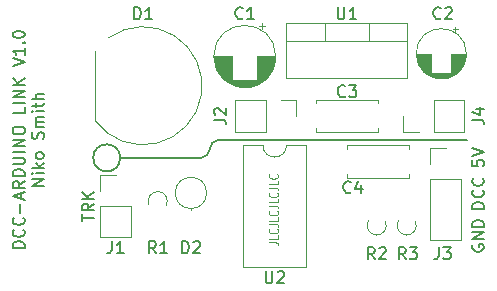
<source format=gbr>
%TF.GenerationSoftware,KiCad,Pcbnew,(6.0.0)*%
%TF.CreationDate,2022-03-04T17:55:49+13:00*%
%TF.ProjectId,DCC_PCB,4443435f-5043-4422-9e6b-696361645f70,rev?*%
%TF.SameCoordinates,Original*%
%TF.FileFunction,Legend,Top*%
%TF.FilePolarity,Positive*%
%FSLAX46Y46*%
G04 Gerber Fmt 4.6, Leading zero omitted, Abs format (unit mm)*
G04 Created by KiCad (PCBNEW (6.0.0)) date 2022-03-04 17:55:49*
%MOMM*%
%LPD*%
G01*
G04 APERTURE LIST*
%ADD10C,0.100000*%
%ADD11C,0.150000*%
%ADD12C,0.120000*%
G04 APERTURE END LIST*
D10*
X156961904Y-110271428D02*
X157533333Y-110271428D01*
X157647619Y-110300000D01*
X157723809Y-110357142D01*
X157761904Y-110442857D01*
X157761904Y-110500000D01*
X157761904Y-109700000D02*
X157761904Y-109985714D01*
X156961904Y-109985714D01*
X157685714Y-109157142D02*
X157723809Y-109185714D01*
X157761904Y-109271428D01*
X157761904Y-109328571D01*
X157723809Y-109414285D01*
X157647619Y-109471428D01*
X157571428Y-109500000D01*
X157419047Y-109528571D01*
X157304761Y-109528571D01*
X157152380Y-109500000D01*
X157076190Y-109471428D01*
X157000000Y-109414285D01*
X156961904Y-109328571D01*
X156961904Y-109271428D01*
X157000000Y-109185714D01*
X157038095Y-109157142D01*
X156961904Y-108728571D02*
X157533333Y-108728571D01*
X157647619Y-108757142D01*
X157723809Y-108814285D01*
X157761904Y-108900000D01*
X157761904Y-108957142D01*
X157761904Y-108157142D02*
X157761904Y-108442857D01*
X156961904Y-108442857D01*
X157685714Y-107614285D02*
X157723809Y-107642857D01*
X157761904Y-107728571D01*
X157761904Y-107785714D01*
X157723809Y-107871428D01*
X157647619Y-107928571D01*
X157571428Y-107957142D01*
X157419047Y-107985714D01*
X157304761Y-107985714D01*
X157152380Y-107957142D01*
X157076190Y-107928571D01*
X157000000Y-107871428D01*
X156961904Y-107785714D01*
X156961904Y-107728571D01*
X157000000Y-107642857D01*
X157038095Y-107614285D01*
X156961904Y-107185714D02*
X157533333Y-107185714D01*
X157647619Y-107214285D01*
X157723809Y-107271428D01*
X157761904Y-107357142D01*
X157761904Y-107414285D01*
X157761904Y-106614285D02*
X157761904Y-106900000D01*
X156961904Y-106900000D01*
X157685714Y-106071428D02*
X157723809Y-106100000D01*
X157761904Y-106185714D01*
X157761904Y-106242857D01*
X157723809Y-106328571D01*
X157647619Y-106385714D01*
X157571428Y-106414285D01*
X157419047Y-106442857D01*
X157304761Y-106442857D01*
X157152380Y-106414285D01*
X157076190Y-106385714D01*
X157000000Y-106328571D01*
X156961904Y-106242857D01*
X156961904Y-106185714D01*
X157000000Y-106100000D01*
X157038095Y-106071428D01*
X156961904Y-105642857D02*
X157533333Y-105642857D01*
X157647619Y-105671428D01*
X157723809Y-105728571D01*
X157761904Y-105814285D01*
X157761904Y-105871428D01*
X157761904Y-105071428D02*
X157761904Y-105357142D01*
X156961904Y-105357142D01*
X157685714Y-104528571D02*
X157723809Y-104557142D01*
X157761904Y-104642857D01*
X157761904Y-104700000D01*
X157723809Y-104785714D01*
X157647619Y-104842857D01*
X157571428Y-104871428D01*
X157419047Y-104900000D01*
X157304761Y-104900000D01*
X157152380Y-104871428D01*
X157076190Y-104842857D01*
X157000000Y-104785714D01*
X156961904Y-104700000D01*
X156961904Y-104642857D01*
X157000000Y-104557142D01*
X157038095Y-104528571D01*
D11*
X144399000Y-103124000D02*
X151226185Y-103124000D01*
X144399000Y-103124000D02*
G75*
G03*
X144399000Y-103124000I-1143000J0D01*
G01*
X152750185Y-101600000D02*
X173736000Y-101600000D01*
X152750185Y-101600000D02*
G75*
G03*
X151988185Y-102362000I1J-762001D01*
G01*
X151226185Y-103124000D02*
G75*
G03*
X151988185Y-102362000I-1J762001D01*
G01*
X141184380Y-108473714D02*
X141184380Y-107902285D01*
X142184380Y-108188000D02*
X141184380Y-108188000D01*
X142184380Y-106997523D02*
X141708190Y-107330857D01*
X142184380Y-107568952D02*
X141184380Y-107568952D01*
X141184380Y-107188000D01*
X141232000Y-107092761D01*
X141279619Y-107045142D01*
X141374857Y-106997523D01*
X141517714Y-106997523D01*
X141612952Y-107045142D01*
X141660571Y-107092761D01*
X141708190Y-107188000D01*
X141708190Y-107568952D01*
X142184380Y-106568952D02*
X141184380Y-106568952D01*
X142184380Y-105997523D02*
X141612952Y-106426095D01*
X141184380Y-105997523D02*
X141755809Y-106568952D01*
X136299380Y-110766666D02*
X135299380Y-110766666D01*
X135299380Y-110528571D01*
X135347000Y-110385714D01*
X135442238Y-110290476D01*
X135537476Y-110242857D01*
X135727952Y-110195238D01*
X135870809Y-110195238D01*
X136061285Y-110242857D01*
X136156523Y-110290476D01*
X136251761Y-110385714D01*
X136299380Y-110528571D01*
X136299380Y-110766666D01*
X136204142Y-109195238D02*
X136251761Y-109242857D01*
X136299380Y-109385714D01*
X136299380Y-109480952D01*
X136251761Y-109623809D01*
X136156523Y-109719047D01*
X136061285Y-109766666D01*
X135870809Y-109814285D01*
X135727952Y-109814285D01*
X135537476Y-109766666D01*
X135442238Y-109719047D01*
X135347000Y-109623809D01*
X135299380Y-109480952D01*
X135299380Y-109385714D01*
X135347000Y-109242857D01*
X135394619Y-109195238D01*
X136204142Y-108195238D02*
X136251761Y-108242857D01*
X136299380Y-108385714D01*
X136299380Y-108480952D01*
X136251761Y-108623809D01*
X136156523Y-108719047D01*
X136061285Y-108766666D01*
X135870809Y-108814285D01*
X135727952Y-108814285D01*
X135537476Y-108766666D01*
X135442238Y-108719047D01*
X135347000Y-108623809D01*
X135299380Y-108480952D01*
X135299380Y-108385714D01*
X135347000Y-108242857D01*
X135394619Y-108195238D01*
X135918428Y-107766666D02*
X135918428Y-107004761D01*
X136013666Y-106576190D02*
X136013666Y-106100000D01*
X136299380Y-106671428D02*
X135299380Y-106338095D01*
X136299380Y-106004761D01*
X136299380Y-105100000D02*
X135823190Y-105433333D01*
X136299380Y-105671428D02*
X135299380Y-105671428D01*
X135299380Y-105290476D01*
X135347000Y-105195238D01*
X135394619Y-105147619D01*
X135489857Y-105100000D01*
X135632714Y-105100000D01*
X135727952Y-105147619D01*
X135775571Y-105195238D01*
X135823190Y-105290476D01*
X135823190Y-105671428D01*
X136299380Y-104671428D02*
X135299380Y-104671428D01*
X135299380Y-104433333D01*
X135347000Y-104290476D01*
X135442238Y-104195238D01*
X135537476Y-104147619D01*
X135727952Y-104100000D01*
X135870809Y-104100000D01*
X136061285Y-104147619D01*
X136156523Y-104195238D01*
X136251761Y-104290476D01*
X136299380Y-104433333D01*
X136299380Y-104671428D01*
X135299380Y-103671428D02*
X136108904Y-103671428D01*
X136204142Y-103623809D01*
X136251761Y-103576190D01*
X136299380Y-103480952D01*
X136299380Y-103290476D01*
X136251761Y-103195238D01*
X136204142Y-103147619D01*
X136108904Y-103100000D01*
X135299380Y-103100000D01*
X136299380Y-102623809D02*
X135299380Y-102623809D01*
X136299380Y-102147619D02*
X135299380Y-102147619D01*
X136299380Y-101576190D01*
X135299380Y-101576190D01*
X135299380Y-100909523D02*
X135299380Y-100719047D01*
X135347000Y-100623809D01*
X135442238Y-100528571D01*
X135632714Y-100480952D01*
X135966047Y-100480952D01*
X136156523Y-100528571D01*
X136251761Y-100623809D01*
X136299380Y-100719047D01*
X136299380Y-100909523D01*
X136251761Y-101004761D01*
X136156523Y-101100000D01*
X135966047Y-101147619D01*
X135632714Y-101147619D01*
X135442238Y-101100000D01*
X135347000Y-101004761D01*
X135299380Y-100909523D01*
X136299380Y-98814285D02*
X136299380Y-99290476D01*
X135299380Y-99290476D01*
X136299380Y-98480952D02*
X135299380Y-98480952D01*
X136299380Y-98004761D02*
X135299380Y-98004761D01*
X136299380Y-97433333D01*
X135299380Y-97433333D01*
X136299380Y-96957142D02*
X135299380Y-96957142D01*
X136299380Y-96385714D02*
X135727952Y-96814285D01*
X135299380Y-96385714D02*
X135870809Y-96957142D01*
X135299380Y-95338095D02*
X136299380Y-95004761D01*
X135299380Y-94671428D01*
X136299380Y-93814285D02*
X136299380Y-94385714D01*
X136299380Y-94100000D02*
X135299380Y-94100000D01*
X135442238Y-94195238D01*
X135537476Y-94290476D01*
X135585095Y-94385714D01*
X136204142Y-93385714D02*
X136251761Y-93338095D01*
X136299380Y-93385714D01*
X136251761Y-93433333D01*
X136204142Y-93385714D01*
X136299380Y-93385714D01*
X135299380Y-92719047D02*
X135299380Y-92623809D01*
X135347000Y-92528571D01*
X135394619Y-92480952D01*
X135489857Y-92433333D01*
X135680333Y-92385714D01*
X135918428Y-92385714D01*
X136108904Y-92433333D01*
X136204142Y-92480952D01*
X136251761Y-92528571D01*
X136299380Y-92623809D01*
X136299380Y-92719047D01*
X136251761Y-92814285D01*
X136204142Y-92861904D01*
X136108904Y-92909523D01*
X135918428Y-92957142D01*
X135680333Y-92957142D01*
X135489857Y-92909523D01*
X135394619Y-92861904D01*
X135347000Y-92814285D01*
X135299380Y-92719047D01*
X137909380Y-105480952D02*
X136909380Y-105480952D01*
X137909380Y-104909523D01*
X136909380Y-104909523D01*
X137909380Y-104433333D02*
X137242714Y-104433333D01*
X136909380Y-104433333D02*
X136957000Y-104480952D01*
X137004619Y-104433333D01*
X136957000Y-104385714D01*
X136909380Y-104433333D01*
X137004619Y-104433333D01*
X137909380Y-103957142D02*
X136909380Y-103957142D01*
X137528428Y-103861904D02*
X137909380Y-103576190D01*
X137242714Y-103576190D02*
X137623666Y-103957142D01*
X137909380Y-103004761D02*
X137861761Y-103100000D01*
X137814142Y-103147619D01*
X137718904Y-103195238D01*
X137433190Y-103195238D01*
X137337952Y-103147619D01*
X137290333Y-103100000D01*
X137242714Y-103004761D01*
X137242714Y-102861904D01*
X137290333Y-102766666D01*
X137337952Y-102719047D01*
X137433190Y-102671428D01*
X137718904Y-102671428D01*
X137814142Y-102719047D01*
X137861761Y-102766666D01*
X137909380Y-102861904D01*
X137909380Y-103004761D01*
X137861761Y-101528571D02*
X137909380Y-101385714D01*
X137909380Y-101147619D01*
X137861761Y-101052380D01*
X137814142Y-101004761D01*
X137718904Y-100957142D01*
X137623666Y-100957142D01*
X137528428Y-101004761D01*
X137480809Y-101052380D01*
X137433190Y-101147619D01*
X137385571Y-101338095D01*
X137337952Y-101433333D01*
X137290333Y-101480952D01*
X137195095Y-101528571D01*
X137099857Y-101528571D01*
X137004619Y-101480952D01*
X136957000Y-101433333D01*
X136909380Y-101338095D01*
X136909380Y-101100000D01*
X136957000Y-100957142D01*
X137909380Y-100528571D02*
X137242714Y-100528571D01*
X137337952Y-100528571D02*
X137290333Y-100480952D01*
X137242714Y-100385714D01*
X137242714Y-100242857D01*
X137290333Y-100147619D01*
X137385571Y-100100000D01*
X137909380Y-100100000D01*
X137385571Y-100100000D02*
X137290333Y-100052380D01*
X137242714Y-99957142D01*
X137242714Y-99814285D01*
X137290333Y-99719047D01*
X137385571Y-99671428D01*
X137909380Y-99671428D01*
X137909380Y-99195238D02*
X137242714Y-99195238D01*
X136909380Y-99195238D02*
X136957000Y-99242857D01*
X137004619Y-99195238D01*
X136957000Y-99147619D01*
X136909380Y-99195238D01*
X137004619Y-99195238D01*
X137242714Y-98861904D02*
X137242714Y-98480952D01*
X136909380Y-98719047D02*
X137766523Y-98719047D01*
X137861761Y-98671428D01*
X137909380Y-98576190D01*
X137909380Y-98480952D01*
X137909380Y-98147619D02*
X136909380Y-98147619D01*
X137909380Y-97719047D02*
X137385571Y-97719047D01*
X137290333Y-97766666D01*
X137242714Y-97861904D01*
X137242714Y-98004761D01*
X137290333Y-98100000D01*
X137337952Y-98147619D01*
X174204380Y-103314476D02*
X174204380Y-103790666D01*
X174680571Y-103838285D01*
X174632952Y-103790666D01*
X174585333Y-103695428D01*
X174585333Y-103457333D01*
X174632952Y-103362095D01*
X174680571Y-103314476D01*
X174775809Y-103266857D01*
X175013904Y-103266857D01*
X175109142Y-103314476D01*
X175156761Y-103362095D01*
X175204380Y-103457333D01*
X175204380Y-103695428D01*
X175156761Y-103790666D01*
X175109142Y-103838285D01*
X174204380Y-102981142D02*
X175204380Y-102647809D01*
X174204380Y-102314476D01*
X174252000Y-110489904D02*
X174204380Y-110585142D01*
X174204380Y-110728000D01*
X174252000Y-110870857D01*
X174347238Y-110966095D01*
X174442476Y-111013714D01*
X174632952Y-111061333D01*
X174775809Y-111061333D01*
X174966285Y-111013714D01*
X175061523Y-110966095D01*
X175156761Y-110870857D01*
X175204380Y-110728000D01*
X175204380Y-110632761D01*
X175156761Y-110489904D01*
X175109142Y-110442285D01*
X174775809Y-110442285D01*
X174775809Y-110632761D01*
X175204380Y-110013714D02*
X174204380Y-110013714D01*
X175204380Y-109442285D01*
X174204380Y-109442285D01*
X175204380Y-108966095D02*
X174204380Y-108966095D01*
X174204380Y-108728000D01*
X174252000Y-108585142D01*
X174347238Y-108489904D01*
X174442476Y-108442285D01*
X174632952Y-108394666D01*
X174775809Y-108394666D01*
X174966285Y-108442285D01*
X175061523Y-108489904D01*
X175156761Y-108585142D01*
X175204380Y-108728000D01*
X175204380Y-108966095D01*
X175204380Y-107433904D02*
X174204380Y-107433904D01*
X174204380Y-107195809D01*
X174252000Y-107052952D01*
X174347238Y-106957714D01*
X174442476Y-106910095D01*
X174632952Y-106862476D01*
X174775809Y-106862476D01*
X174966285Y-106910095D01*
X175061523Y-106957714D01*
X175156761Y-107052952D01*
X175204380Y-107195809D01*
X175204380Y-107433904D01*
X175109142Y-105862476D02*
X175156761Y-105910095D01*
X175204380Y-106052952D01*
X175204380Y-106148190D01*
X175156761Y-106291047D01*
X175061523Y-106386285D01*
X174966285Y-106433904D01*
X174775809Y-106481523D01*
X174632952Y-106481523D01*
X174442476Y-106433904D01*
X174347238Y-106386285D01*
X174252000Y-106291047D01*
X174204380Y-106148190D01*
X174204380Y-106052952D01*
X174252000Y-105910095D01*
X174299619Y-105862476D01*
X175109142Y-104862476D02*
X175156761Y-104910095D01*
X175204380Y-105052952D01*
X175204380Y-105148190D01*
X175156761Y-105291047D01*
X175061523Y-105386285D01*
X174966285Y-105433904D01*
X174775809Y-105481523D01*
X174632952Y-105481523D01*
X174442476Y-105433904D01*
X174347238Y-105386285D01*
X174252000Y-105291047D01*
X174204380Y-105148190D01*
X174204380Y-105052952D01*
X174252000Y-104910095D01*
X174299619Y-104862476D01*
%TO.C,R2*%
X165949333Y-111704380D02*
X165616000Y-111228190D01*
X165377904Y-111704380D02*
X165377904Y-110704380D01*
X165758857Y-110704380D01*
X165854095Y-110752000D01*
X165901714Y-110799619D01*
X165949333Y-110894857D01*
X165949333Y-111037714D01*
X165901714Y-111132952D01*
X165854095Y-111180571D01*
X165758857Y-111228190D01*
X165377904Y-111228190D01*
X166330285Y-110799619D02*
X166377904Y-110752000D01*
X166473142Y-110704380D01*
X166711238Y-110704380D01*
X166806476Y-110752000D01*
X166854095Y-110799619D01*
X166901714Y-110894857D01*
X166901714Y-110990095D01*
X166854095Y-111132952D01*
X166282666Y-111704380D01*
X166901714Y-111704380D01*
%TO.C,C2*%
X171537333Y-91289142D02*
X171489714Y-91336761D01*
X171346857Y-91384380D01*
X171251619Y-91384380D01*
X171108761Y-91336761D01*
X171013523Y-91241523D01*
X170965904Y-91146285D01*
X170918285Y-90955809D01*
X170918285Y-90812952D01*
X170965904Y-90622476D01*
X171013523Y-90527238D01*
X171108761Y-90432000D01*
X171251619Y-90384380D01*
X171346857Y-90384380D01*
X171489714Y-90432000D01*
X171537333Y-90479619D01*
X171918285Y-90479619D02*
X171965904Y-90432000D01*
X172061142Y-90384380D01*
X172299238Y-90384380D01*
X172394476Y-90432000D01*
X172442095Y-90479619D01*
X172489714Y-90574857D01*
X172489714Y-90670095D01*
X172442095Y-90812952D01*
X171870666Y-91384380D01*
X172489714Y-91384380D01*
%TO.C,C3*%
X163449333Y-97893142D02*
X163401714Y-97940761D01*
X163258857Y-97988380D01*
X163163619Y-97988380D01*
X163020761Y-97940761D01*
X162925523Y-97845523D01*
X162877904Y-97750285D01*
X162830285Y-97559809D01*
X162830285Y-97416952D01*
X162877904Y-97226476D01*
X162925523Y-97131238D01*
X163020761Y-97036000D01*
X163163619Y-96988380D01*
X163258857Y-96988380D01*
X163401714Y-97036000D01*
X163449333Y-97083619D01*
X163782666Y-96988380D02*
X164401714Y-96988380D01*
X164068380Y-97369333D01*
X164211238Y-97369333D01*
X164306476Y-97416952D01*
X164354095Y-97464571D01*
X164401714Y-97559809D01*
X164401714Y-97797904D01*
X164354095Y-97893142D01*
X164306476Y-97940761D01*
X164211238Y-97988380D01*
X163925523Y-97988380D01*
X163830285Y-97940761D01*
X163782666Y-97893142D01*
%TO.C,U2*%
X156718095Y-112736380D02*
X156718095Y-113545904D01*
X156765714Y-113641142D01*
X156813333Y-113688761D01*
X156908571Y-113736380D01*
X157099047Y-113736380D01*
X157194285Y-113688761D01*
X157241904Y-113641142D01*
X157289523Y-113545904D01*
X157289523Y-112736380D01*
X157718095Y-112831619D02*
X157765714Y-112784000D01*
X157860952Y-112736380D01*
X158099047Y-112736380D01*
X158194285Y-112784000D01*
X158241904Y-112831619D01*
X158289523Y-112926857D01*
X158289523Y-113022095D01*
X158241904Y-113164952D01*
X157670476Y-113736380D01*
X158289523Y-113736380D01*
%TO.C,J3*%
X171370666Y-110704380D02*
X171370666Y-111418666D01*
X171323047Y-111561523D01*
X171227809Y-111656761D01*
X171084952Y-111704380D01*
X170989714Y-111704380D01*
X171751619Y-110704380D02*
X172370666Y-110704380D01*
X172037333Y-111085333D01*
X172180190Y-111085333D01*
X172275428Y-111132952D01*
X172323047Y-111180571D01*
X172370666Y-111275809D01*
X172370666Y-111513904D01*
X172323047Y-111609142D01*
X172275428Y-111656761D01*
X172180190Y-111704380D01*
X171894476Y-111704380D01*
X171799238Y-111656761D01*
X171751619Y-111609142D01*
%TO.C,C4*%
X163917333Y-106021142D02*
X163869714Y-106068761D01*
X163726857Y-106116380D01*
X163631619Y-106116380D01*
X163488761Y-106068761D01*
X163393523Y-105973523D01*
X163345904Y-105878285D01*
X163298285Y-105687809D01*
X163298285Y-105544952D01*
X163345904Y-105354476D01*
X163393523Y-105259238D01*
X163488761Y-105164000D01*
X163631619Y-105116380D01*
X163726857Y-105116380D01*
X163869714Y-105164000D01*
X163917333Y-105211619D01*
X164774476Y-105449714D02*
X164774476Y-106116380D01*
X164536380Y-105068761D02*
X164298285Y-105783047D01*
X164917333Y-105783047D01*
%TO.C,D2*%
X149651904Y-111196380D02*
X149651904Y-110196380D01*
X149890000Y-110196380D01*
X150032857Y-110244000D01*
X150128095Y-110339238D01*
X150175714Y-110434476D01*
X150223333Y-110624952D01*
X150223333Y-110767809D01*
X150175714Y-110958285D01*
X150128095Y-111053523D01*
X150032857Y-111148761D01*
X149890000Y-111196380D01*
X149651904Y-111196380D01*
X150604285Y-110291619D02*
X150651904Y-110244000D01*
X150747142Y-110196380D01*
X150985238Y-110196380D01*
X151080476Y-110244000D01*
X151128095Y-110291619D01*
X151175714Y-110386857D01*
X151175714Y-110482095D01*
X151128095Y-110624952D01*
X150556666Y-111196380D01*
X151175714Y-111196380D01*
%TO.C,U1*%
X162814095Y-90384380D02*
X162814095Y-91193904D01*
X162861714Y-91289142D01*
X162909333Y-91336761D01*
X163004571Y-91384380D01*
X163195047Y-91384380D01*
X163290285Y-91336761D01*
X163337904Y-91289142D01*
X163385523Y-91193904D01*
X163385523Y-90384380D01*
X164385523Y-91384380D02*
X163814095Y-91384380D01*
X164099809Y-91384380D02*
X164099809Y-90384380D01*
X164004571Y-90527238D01*
X163909333Y-90622476D01*
X163814095Y-90670095D01*
%TO.C,R1*%
X147429333Y-111196380D02*
X147096000Y-110720190D01*
X146857904Y-111196380D02*
X146857904Y-110196380D01*
X147238857Y-110196380D01*
X147334095Y-110244000D01*
X147381714Y-110291619D01*
X147429333Y-110386857D01*
X147429333Y-110529714D01*
X147381714Y-110624952D01*
X147334095Y-110672571D01*
X147238857Y-110720190D01*
X146857904Y-110720190D01*
X148381714Y-111196380D02*
X147810285Y-111196380D01*
X148096000Y-111196380D02*
X148096000Y-110196380D01*
X148000761Y-110339238D01*
X147905523Y-110434476D01*
X147810285Y-110482095D01*
%TO.C,J4*%
X174204380Y-99901333D02*
X174918666Y-99901333D01*
X175061523Y-99948952D01*
X175156761Y-100044190D01*
X175204380Y-100187047D01*
X175204380Y-100282285D01*
X174537714Y-98996571D02*
X175204380Y-98996571D01*
X174156761Y-99234666D02*
X174871047Y-99472761D01*
X174871047Y-98853714D01*
%TO.C,R3*%
X168569333Y-111704380D02*
X168236000Y-111228190D01*
X167997904Y-111704380D02*
X167997904Y-110704380D01*
X168378857Y-110704380D01*
X168474095Y-110752000D01*
X168521714Y-110799619D01*
X168569333Y-110894857D01*
X168569333Y-111037714D01*
X168521714Y-111132952D01*
X168474095Y-111180571D01*
X168378857Y-111228190D01*
X167997904Y-111228190D01*
X168902666Y-110704380D02*
X169521714Y-110704380D01*
X169188380Y-111085333D01*
X169331238Y-111085333D01*
X169426476Y-111132952D01*
X169474095Y-111180571D01*
X169521714Y-111275809D01*
X169521714Y-111513904D01*
X169474095Y-111609142D01*
X169426476Y-111656761D01*
X169331238Y-111704380D01*
X169045523Y-111704380D01*
X168950285Y-111656761D01*
X168902666Y-111609142D01*
%TO.C,D1*%
X145588904Y-91384380D02*
X145588904Y-90384380D01*
X145827000Y-90384380D01*
X145969857Y-90432000D01*
X146065095Y-90527238D01*
X146112714Y-90622476D01*
X146160333Y-90812952D01*
X146160333Y-90955809D01*
X146112714Y-91146285D01*
X146065095Y-91241523D01*
X145969857Y-91336761D01*
X145827000Y-91384380D01*
X145588904Y-91384380D01*
X147112714Y-91384380D02*
X146541285Y-91384380D01*
X146827000Y-91384380D02*
X146827000Y-90384380D01*
X146731761Y-90527238D01*
X146636523Y-90622476D01*
X146541285Y-90670095D01*
%TO.C,C1*%
X154773333Y-91289142D02*
X154725714Y-91336761D01*
X154582857Y-91384380D01*
X154487619Y-91384380D01*
X154344761Y-91336761D01*
X154249523Y-91241523D01*
X154201904Y-91146285D01*
X154154285Y-90955809D01*
X154154285Y-90812952D01*
X154201904Y-90622476D01*
X154249523Y-90527238D01*
X154344761Y-90432000D01*
X154487619Y-90384380D01*
X154582857Y-90384380D01*
X154725714Y-90432000D01*
X154773333Y-90479619D01*
X155725714Y-91384380D02*
X155154285Y-91384380D01*
X155440000Y-91384380D02*
X155440000Y-90384380D01*
X155344761Y-90527238D01*
X155249523Y-90622476D01*
X155154285Y-90670095D01*
%TO.C,J2*%
X152360380Y-99901333D02*
X153074666Y-99901333D01*
X153217523Y-99948952D01*
X153312761Y-100044190D01*
X153360380Y-100187047D01*
X153360380Y-100282285D01*
X152455619Y-99472761D02*
X152408000Y-99425142D01*
X152360380Y-99329904D01*
X152360380Y-99091809D01*
X152408000Y-98996571D01*
X152455619Y-98948952D01*
X152550857Y-98901333D01*
X152646095Y-98901333D01*
X152788952Y-98948952D01*
X153360380Y-99520380D01*
X153360380Y-98901333D01*
%TO.C,J1*%
X143684666Y-110196380D02*
X143684666Y-110910666D01*
X143637047Y-111053523D01*
X143541809Y-111148761D01*
X143398952Y-111196380D01*
X143303714Y-111196380D01*
X144684666Y-111196380D02*
X144113238Y-111196380D01*
X144398952Y-111196380D02*
X144398952Y-110196380D01*
X144303714Y-110339238D01*
X144208476Y-110434476D01*
X144113238Y-110482095D01*
D12*
%TO.C,R2*%
X165416000Y-108437867D02*
G75*
G03*
X166865359Y-108534905I700000J-417133D01*
G01*
%TO.C,C2*%
X170740000Y-95505401D02*
X169872000Y-95505401D01*
X173660000Y-94304401D02*
X172420000Y-94304401D01*
X170740000Y-94704401D02*
X169538000Y-94704401D01*
X170740000Y-95585401D02*
X169930000Y-95585401D01*
X173018000Y-95825401D02*
X172420000Y-95825401D01*
X173132000Y-95705401D02*
X172420000Y-95705401D01*
X170740000Y-95385401D02*
X169795000Y-95385401D01*
X170740000Y-95105401D02*
X169656000Y-95105401D01*
X173315000Y-95465401D02*
X172420000Y-95465401D01*
X173260000Y-95545401D02*
X172420000Y-95545401D01*
X172660000Y-96105401D02*
X170500000Y-96105401D01*
X173365000Y-95385401D02*
X172420000Y-95385401D01*
X170740000Y-95625401D02*
X169961000Y-95625401D01*
X170740000Y-94464401D02*
X169506000Y-94464401D01*
X173230000Y-95585401D02*
X172420000Y-95585401D01*
X170740000Y-94904401D02*
X169586000Y-94904401D01*
X170740000Y-95825401D02*
X170142000Y-95825401D01*
X170740000Y-94344401D02*
X169500000Y-94344401D01*
X170740000Y-95425401D02*
X169820000Y-95425401D01*
X170740000Y-94864401D02*
X169575000Y-94864401D01*
X173534000Y-95025401D02*
X172420000Y-95025401D01*
X172722000Y-96065401D02*
X170438000Y-96065401D01*
X173340000Y-95425401D02*
X172420000Y-95425401D01*
X173657000Y-94424401D02*
X172420000Y-94424401D01*
X170740000Y-95185401D02*
X169691000Y-95185401D01*
X172520000Y-96185401D02*
X170640000Y-96185401D01*
X172439000Y-96225401D02*
X170721000Y-96225401D01*
X170740000Y-94784401D02*
X169555000Y-94784401D01*
X173288000Y-95505401D02*
X172420000Y-95505401D01*
X173058000Y-95785401D02*
X172420000Y-95785401D01*
X172931000Y-95905401D02*
X170229000Y-95905401D01*
X173659000Y-94384401D02*
X172420000Y-94384401D01*
X173504000Y-95105401D02*
X172420000Y-95105401D01*
X172348000Y-96265401D02*
X170812000Y-96265401D01*
X170740000Y-94624401D02*
X169524000Y-94624401D01*
X172884000Y-95945401D02*
X170276000Y-95945401D01*
X173605000Y-94784401D02*
X172420000Y-94784401D01*
X170740000Y-94384401D02*
X169501000Y-94384401D01*
X170740000Y-95265401D02*
X169729000Y-95265401D01*
X173431000Y-95265401D02*
X172420000Y-95265401D01*
X173585000Y-94864401D02*
X172420000Y-94864401D01*
X170740000Y-94744401D02*
X169546000Y-94744401D01*
X170740000Y-95145401D02*
X169673000Y-95145401D01*
X173469000Y-95185401D02*
X172420000Y-95185401D01*
X170740000Y-94944401D02*
X169598000Y-94944401D01*
X173562000Y-94944401D02*
X172420000Y-94944401D01*
X170740000Y-95025401D02*
X169626000Y-95025401D01*
X173630000Y-94664401D02*
X172420000Y-94664401D01*
X170740000Y-95865401D02*
X170184000Y-95865401D01*
X172117000Y-96345401D02*
X171043000Y-96345401D01*
X170740000Y-94664401D02*
X169530000Y-94664401D01*
X173596000Y-94824401D02*
X172420000Y-94824401D01*
X173410000Y-95305401D02*
X172420000Y-95305401D01*
X173574000Y-94904401D02*
X172420000Y-94904401D01*
X173199000Y-95625401D02*
X172420000Y-95625401D01*
X172775000Y-92034600D02*
X172775000Y-92434600D01*
X170740000Y-95465401D02*
X169845000Y-95465401D01*
X170740000Y-95665401D02*
X169993000Y-95665401D01*
X171950000Y-96385401D02*
X171210000Y-96385401D01*
X173450000Y-95225401D02*
X172420000Y-95225401D01*
X173520000Y-95065401D02*
X172420000Y-95065401D01*
X173622000Y-94704401D02*
X172420000Y-94704401D01*
X170740000Y-94824401D02*
X169564000Y-94824401D01*
X173487000Y-95145401D02*
X172420000Y-95145401D01*
X172834000Y-95985401D02*
X170326000Y-95985401D01*
X173654000Y-94464401D02*
X172420000Y-94464401D01*
X170740000Y-94584401D02*
X169518000Y-94584401D01*
X170740000Y-95065401D02*
X169640000Y-95065401D01*
X170740000Y-94984401D02*
X169612000Y-94984401D01*
X173636000Y-94624401D02*
X172420000Y-94624401D01*
X173614000Y-94744401D02*
X172420000Y-94744401D01*
X170740000Y-94504401D02*
X169509000Y-94504401D01*
X170740000Y-94304401D02*
X169500000Y-94304401D01*
X170740000Y-95345401D02*
X169772000Y-95345401D01*
X170740000Y-95305401D02*
X169750000Y-95305401D01*
X173647000Y-94544401D02*
X172420000Y-94544401D01*
X172976000Y-95865401D02*
X172420000Y-95865401D01*
X172780000Y-96025401D02*
X170380000Y-96025401D01*
X173642000Y-94584401D02*
X172420000Y-94584401D01*
X173167000Y-95665401D02*
X172420000Y-95665401D01*
X170740000Y-95745401D02*
X170064000Y-95745401D01*
X170740000Y-95705401D02*
X170028000Y-95705401D01*
X172244000Y-96305401D02*
X170916000Y-96305401D01*
X173388000Y-95345401D02*
X172420000Y-95345401D01*
X173096000Y-95745401D02*
X172420000Y-95745401D01*
X173548000Y-94984401D02*
X172420000Y-94984401D01*
X170740000Y-95785401D02*
X170102000Y-95785401D01*
X172593000Y-96145401D02*
X170567000Y-96145401D01*
X170740000Y-94544401D02*
X169513000Y-94544401D01*
X170740000Y-94424401D02*
X169503000Y-94424401D01*
X170740000Y-95225401D02*
X169710000Y-95225401D01*
X170740000Y-95545401D02*
X169900000Y-95545401D01*
X173651000Y-94504401D02*
X172420000Y-94504401D01*
X172975000Y-92234600D02*
X172575000Y-92234600D01*
X173660000Y-94344401D02*
X172420000Y-94344401D01*
X173700000Y-94304401D02*
G75*
G03*
X173700000Y-94304401I-2120000J0D01*
G01*
%TO.C,C3*%
X166236000Y-98198000D02*
X160996000Y-98198000D01*
X166236000Y-98513000D02*
X166236000Y-98198000D01*
X166236000Y-100938000D02*
X160996000Y-100938000D01*
X160996000Y-98513000D02*
X160996000Y-98198000D01*
X166236000Y-100938000D02*
X166236000Y-100623000D01*
X160996000Y-100938000D02*
X160996000Y-100623000D01*
%TO.C,U2*%
X160130000Y-102058000D02*
X158480000Y-102058000D01*
X154830000Y-112338000D02*
X160130000Y-112338000D01*
X154830000Y-102058000D02*
X154830000Y-112338000D01*
X156480000Y-102058000D02*
X154830000Y-102058000D01*
X160130000Y-112338000D02*
X160130000Y-102058000D01*
X156480000Y-102058000D02*
G75*
G03*
X158480000Y-102058000I1000000J0D01*
G01*
%TO.C,J3*%
X173288000Y-104902000D02*
X173288000Y-110042000D01*
X170628000Y-102302000D02*
X171958000Y-102302000D01*
X170628000Y-104902000D02*
X173288000Y-104902000D01*
X170628000Y-110042000D02*
X173288000Y-110042000D01*
X170628000Y-104902000D02*
X170628000Y-110042000D01*
X170628000Y-103632000D02*
X170628000Y-102302000D01*
%TO.C,C4*%
X163600000Y-102068000D02*
X168840000Y-102068000D01*
X168840000Y-104493000D02*
X168840000Y-104808000D01*
X163600000Y-104493000D02*
X163600000Y-104808000D01*
X163600000Y-102068000D02*
X163600000Y-102383000D01*
X168840000Y-102068000D02*
X168840000Y-102383000D01*
X163600000Y-104808000D02*
X168840000Y-104808000D01*
%TO.C,D2*%
X150390000Y-107421057D02*
X150390000Y-107534686D01*
X151716371Y-106094686D02*
G75*
G03*
X151716371Y-106094686I-1326371J0D01*
G01*
%TO.C,U1*%
X158456000Y-93236000D02*
X168696000Y-93236000D01*
X158456000Y-96367000D02*
X168696000Y-96367000D01*
X165427000Y-91726000D02*
X165427000Y-93236000D01*
X158456000Y-91726000D02*
X158456000Y-96367000D01*
X158456000Y-91726000D02*
X168696000Y-91726000D01*
X168696000Y-91726000D02*
X168696000Y-96367000D01*
X161726000Y-91726000D02*
X161726000Y-93236000D01*
%TO.C,R1*%
X148274000Y-107208133D02*
G75*
G03*
X146824641Y-107111095I-700000J417133D01*
G01*
%TO.C,J4*%
X170942000Y-100898000D02*
X173542000Y-100898000D01*
X168342000Y-100898000D02*
X168342000Y-99568000D01*
X169672000Y-100898000D02*
X168342000Y-100898000D01*
X170942000Y-98238000D02*
X173542000Y-98238000D01*
X173542000Y-100898000D02*
X173542000Y-98238000D01*
X170942000Y-100898000D02*
X170942000Y-98238000D01*
%TO.C,R3*%
X167956000Y-108437867D02*
G75*
G03*
X169405359Y-108534905I700000J-417133D01*
G01*
%TO.C,D1*%
X142263000Y-94102000D02*
X142263000Y-99944000D01*
X142263000Y-99944000D02*
G75*
G03*
X143406000Y-92959000I4064000J2921000D01*
G01*
%TO.C,C1*%
X157518000Y-94652888D02*
X155980000Y-94652888D01*
X157420000Y-95253888D02*
X155980000Y-95253888D01*
X153900000Y-94972888D02*
X152397000Y-94972888D01*
X153900000Y-94852888D02*
X152379000Y-94852888D01*
X153900000Y-96213888D02*
X152969000Y-96213888D01*
X153900000Y-95293888D02*
X152472000Y-95293888D01*
X153900000Y-94932888D02*
X152390000Y-94932888D01*
X157476000Y-95012888D02*
X155980000Y-95012888D01*
X153900000Y-94612888D02*
X152361000Y-94612888D01*
X156683000Y-96453888D02*
X155980000Y-96453888D01*
X157513000Y-94732888D02*
X155980000Y-94732888D01*
X157305000Y-95573888D02*
X155980000Y-95573888D01*
X156545000Y-96573888D02*
X153335000Y-96573888D01*
X153900000Y-94892888D02*
X152384000Y-94892888D01*
X157460000Y-95092888D02*
X155980000Y-95092888D01*
X156766000Y-96373888D02*
X155980000Y-96373888D01*
X156841000Y-96293888D02*
X155980000Y-96293888D01*
X153900000Y-95733888D02*
X152650000Y-95733888D01*
X157208000Y-95773888D02*
X155980000Y-95773888D01*
X153900000Y-95373888D02*
X152498000Y-95373888D01*
X156593000Y-96533888D02*
X155980000Y-96533888D01*
X156191000Y-96813888D02*
X153689000Y-96813888D01*
X157354000Y-95453888D02*
X155980000Y-95453888D01*
X153900000Y-95212888D02*
X152449000Y-95212888D01*
X153900000Y-96253888D02*
X153003000Y-96253888D01*
X157140000Y-95893888D02*
X155980000Y-95893888D01*
X156804000Y-96333888D02*
X155980000Y-96333888D01*
X156877000Y-96253888D02*
X155980000Y-96253888D01*
X153900000Y-95973888D02*
X152791000Y-95973888D01*
X155458000Y-97093888D02*
X154422000Y-97093888D01*
X157322000Y-95533888D02*
X155980000Y-95533888D01*
X153900000Y-95052888D02*
X152412000Y-95052888D01*
X157089000Y-95973888D02*
X155980000Y-95973888D01*
X157520000Y-94572888D02*
X155980000Y-94572888D01*
X157468000Y-95052888D02*
X155980000Y-95052888D01*
X153900000Y-95653888D02*
X152611000Y-95653888D01*
X157230000Y-95733888D02*
X155980000Y-95733888D01*
X157501000Y-94852888D02*
X155980000Y-94852888D01*
X157431000Y-95212888D02*
X155980000Y-95212888D01*
X156259000Y-96773888D02*
X153621000Y-96773888D01*
X156038000Y-96893888D02*
X153842000Y-96893888D01*
X153900000Y-95613888D02*
X152592000Y-95613888D01*
X156725000Y-96413888D02*
X155980000Y-96413888D01*
X157441000Y-95172888D02*
X155980000Y-95172888D01*
X153900000Y-94532888D02*
X152360000Y-94532888D01*
X153900000Y-96533888D02*
X153287000Y-96533888D01*
X155745000Y-97013888D02*
X154135000Y-97013888D01*
X157269000Y-95653888D02*
X155980000Y-95653888D01*
X153900000Y-95933888D02*
X152765000Y-95933888D01*
X157035000Y-96053888D02*
X155980000Y-96053888D01*
X157164000Y-95853888D02*
X155980000Y-95853888D01*
X153900000Y-95813888D02*
X152693000Y-95813888D01*
X153900000Y-95253888D02*
X152460000Y-95253888D01*
X157187000Y-95813888D02*
X155980000Y-95813888D01*
X153900000Y-96053888D02*
X152845000Y-96053888D01*
X153900000Y-95573888D02*
X152575000Y-95573888D01*
X153900000Y-95333888D02*
X152485000Y-95333888D01*
X155855000Y-96973888D02*
X154025000Y-96973888D01*
X157451000Y-95132888D02*
X155980000Y-95132888D01*
X157490000Y-94932888D02*
X155980000Y-94932888D01*
X153900000Y-95533888D02*
X152558000Y-95533888D01*
X153900000Y-96013888D02*
X152818000Y-96013888D01*
X157520000Y-94532888D02*
X155980000Y-94532888D01*
X157516000Y-94692888D02*
X155980000Y-94692888D01*
X156639000Y-96493888D02*
X155980000Y-96493888D01*
X156911000Y-96213888D02*
X155980000Y-96213888D01*
X153900000Y-96333888D02*
X153076000Y-96333888D01*
X157395000Y-95333888D02*
X155980000Y-95333888D01*
X157483000Y-94972888D02*
X155980000Y-94972888D01*
X153900000Y-96093888D02*
X152875000Y-96093888D01*
X156944000Y-96173888D02*
X155980000Y-96173888D01*
X157505000Y-94812888D02*
X155980000Y-94812888D01*
X156975000Y-96133888D02*
X155980000Y-96133888D01*
X153900000Y-95493888D02*
X152542000Y-95493888D01*
X157496000Y-94892888D02*
X155980000Y-94892888D01*
X153900000Y-96293888D02*
X153039000Y-96293888D01*
X153900000Y-94812888D02*
X152375000Y-94812888D01*
X153900000Y-95773888D02*
X152672000Y-95773888D01*
X153900000Y-95413888D02*
X152512000Y-95413888D01*
X153900000Y-96453888D02*
X153197000Y-96453888D01*
X153900000Y-95172888D02*
X152439000Y-95172888D01*
X156665000Y-91978113D02*
X156165000Y-91978113D01*
X156118000Y-96853888D02*
X153762000Y-96853888D01*
X153900000Y-95693888D02*
X152630000Y-95693888D01*
X157250000Y-95693888D02*
X155980000Y-95693888D01*
X156494000Y-96613888D02*
X153386000Y-96613888D01*
X153900000Y-95893888D02*
X152740000Y-95893888D01*
X153900000Y-95092888D02*
X152420000Y-95092888D01*
X153900000Y-94692888D02*
X152364000Y-94692888D01*
X156440000Y-96653888D02*
X153440000Y-96653888D01*
X153900000Y-95012888D02*
X152404000Y-95012888D01*
X153900000Y-94652888D02*
X152362000Y-94652888D01*
X153900000Y-94772888D02*
X152371000Y-94772888D01*
X153900000Y-96413888D02*
X153155000Y-96413888D01*
X157115000Y-95933888D02*
X155980000Y-95933888D01*
X157519000Y-94612888D02*
X155980000Y-94612888D01*
X157005000Y-96093888D02*
X155980000Y-96093888D01*
X157062000Y-96013888D02*
X155980000Y-96013888D01*
X156323000Y-96733888D02*
X153557000Y-96733888D01*
X157382000Y-95373888D02*
X155980000Y-95373888D01*
X153900000Y-96373888D02*
X153114000Y-96373888D01*
X157338000Y-95493888D02*
X155980000Y-95493888D01*
X153900000Y-96133888D02*
X152905000Y-96133888D01*
X156415000Y-91728113D02*
X156415000Y-92228113D01*
X155224000Y-97133888D02*
X154656000Y-97133888D01*
X157288000Y-95613888D02*
X155980000Y-95613888D01*
X153900000Y-94572888D02*
X152360000Y-94572888D01*
X153900000Y-95132888D02*
X152429000Y-95132888D01*
X156383000Y-96693888D02*
X153497000Y-96693888D01*
X153900000Y-96173888D02*
X152936000Y-96173888D01*
X153900000Y-94732888D02*
X152367000Y-94732888D01*
X155951000Y-96933888D02*
X153929000Y-96933888D01*
X155617000Y-97053888D02*
X154263000Y-97053888D01*
X153900000Y-95453888D02*
X152526000Y-95453888D01*
X157509000Y-94772888D02*
X155980000Y-94772888D01*
X157368000Y-95413888D02*
X155980000Y-95413888D01*
X153900000Y-96493888D02*
X153241000Y-96493888D01*
X153900000Y-95853888D02*
X152716000Y-95853888D01*
X157408000Y-95293888D02*
X155980000Y-95293888D01*
X157560000Y-94532888D02*
G75*
G03*
X157560000Y-94532888I-2620000J0D01*
G01*
%TO.C,J2*%
X159318000Y-98238000D02*
X159318000Y-99568000D01*
X156718000Y-98238000D02*
X156718000Y-100898000D01*
X156718000Y-100898000D02*
X154118000Y-100898000D01*
X156718000Y-98238000D02*
X154118000Y-98238000D01*
X154118000Y-98238000D02*
X154118000Y-100898000D01*
X157988000Y-98238000D02*
X159318000Y-98238000D01*
%TO.C,J1*%
X142688000Y-107188000D02*
X142688000Y-109788000D01*
X142688000Y-104588000D02*
X144018000Y-104588000D01*
X142688000Y-109788000D02*
X145348000Y-109788000D01*
X145348000Y-107188000D02*
X145348000Y-109788000D01*
X142688000Y-105918000D02*
X142688000Y-104588000D01*
X142688000Y-107188000D02*
X145348000Y-107188000D01*
%TD*%
M02*

</source>
